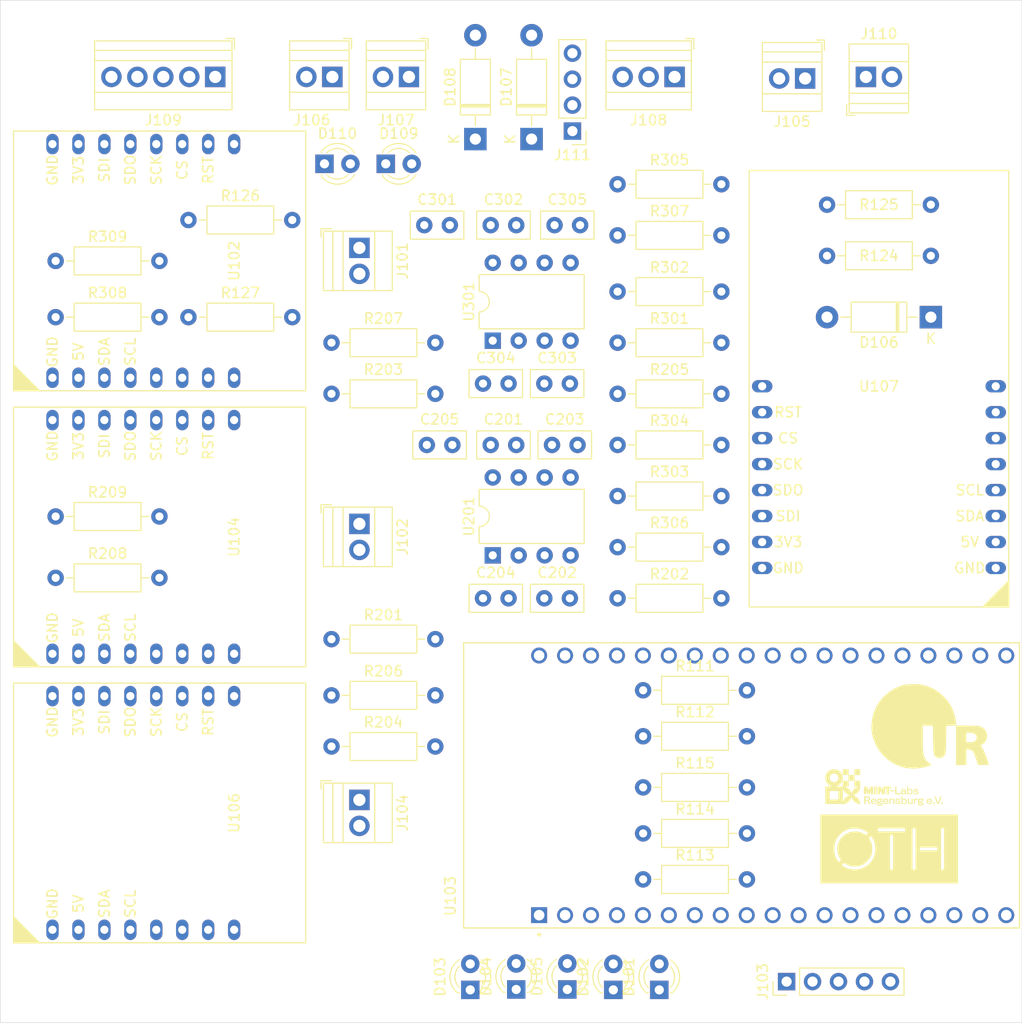
<source format=kicad_pcb>
(kicad_pcb (version 20240108) (generator "pcbnew") (generator_version "8.0")
  (layers (0 "F.Cu" signal) (31 "B.Cu" signal) (37 "F.SilkS" user "F.Silkscreen") (38 "B.Mask" user) (39 "F.Mask" user) (44 "Edge.Cuts" user))
  (net 0 "")
  (net 1 "+15V")
  (net 2 "GND")
  (net 3 "-15V")
  (net 4 "Net-(U201B-+)")
  (net 5 "Net-(U201A--)")
  (net 6 "Net-(C204-Pad1)")
  (net 7 "Net-(U201B--)")
  (net 8 "Net-(C205-Pad1)")
  (net 9 "/Z-Yp")
  (net 10 "/Z+Ym")
  (net 11 "/Z+Yr")
  (net 12 "/Z-Yr")
  (net 13 "/Z-Ym")
  (net 14 "/LED_17")
  (net 15 "/LED_04")
  (net 16 "/LED_RED")
  (net 17 "/LED_YELLOW")
  (net 18 "/LED_GREEN")
  (net 19 "/TUNNEL_GND")
  (net 20 "/TUNNEL_TO_ADC_A3")
  (net 21 "/+15V_in")
  (net 22 "/-15V_in")
  (net 23 "/LED_+15V")
  (net 24 "/LED_-15V")
  (net 25 "X")
  (net 26 "Y")
  (net 27 "JTAG_TMS")
  (net 28 "JTAG_TD0")
  (net 29 "JTAG_TCK")
  (net 30 "JTAG_TDI")
  (net 31 "Z")
  (net 32 "/TUNNEL_IN")
  (net 33 "Z+X")
  (net 34 "Z-X")
  (net 35 "Z-Y")
  (net 36 "Z+Y")
  (net 37 "+5V")
  (net 38 "TXD")
  (net 39 "RXD")
  (net 40 "IO17")
  (net 41 "IO04")
  (net 42 "IO25")
  (net 43 "IO27")
  (net 44 "IO02")
  (net 45 "ESP32_CS1")
  (net 51 "+3V3")
  (net 52 "ESP32_SDI")
  (net 53 "ESP32_SDO")
  (net 54 "ESP32_SCK")
  (net 57 "ESP32_SDA")
  (net 66 "ESP32_CS3")
  (net 69 "ESP32_CS2")
  (net 70 "ESP32_SCL")
  (footprint "Resistor_THT:R_Axial_DIN0207_L6.3mm_D2.5mm_P10.16mm_Horizontal" (layer "F.Cu") (at 110.42 103.5)
    (property "Reference" "R306" (at 5.08 -2.37 0) (layer "F.SilkS"))
    (property "Value" "3k")
    (pad "1" thru_hole circle (at 0 0) (size 1.6 1.6) (drill 0.8) (layers "*.Cu" "*.Mask") (net 11 "/Z+Yr"))
    (pad "2" thru_hole oval (at 10.16 0) (size 1.6 1.6) (drill 0.8) (layers "*.Cu" "*.Mask") (net 10 "/Z+Ym"))
  )
  (footprint "Resistor_THT:R_Axial_DIN0207_L6.3mm_D2.5mm_P10.16mm_Horizontal" (layer "F.Cu") (at 82.42 112.5)
    (property "Reference" "R201" (at 5.08 -2.37 0) (layer "F.SilkS"))
    (property "Value" "3k")
    (pad "1" thru_hole circle (at 0 0) (size 1.6 1.6) (drill 0.8) (layers "*.Cu" "*.Mask") (net 4 "Net-(U201B-+)"))
    (pad "2" thru_hole oval (at 10.16 0) (size 1.6 1.6) (drill 0.8) (layers "*.Cu" "*.Mask") (net 25 "X"))
  )
  (footprint "TerminalBlock:TerminalBlock_Xinya_XY308-2.54-2P_1x02_P2.54mm_Horizontal" (layer "F.Cu") (at 85.15 128.225 -90)
    (property "Reference" "J104" (at 1.27 -4.22 90) (layer "F.SilkS"))
    (property "Value" "DAC_Z")
    (pad "1" thru_hole rect (at 0 0 270) (size 2 2) (drill 1.2) (layers "*.Cu" "*.Mask") (net 31 "Z"))
    (pad "2" thru_hole circle (at 2.54 0 270) (size 2 2) (drill 1.2) (layers "*.Cu" "*.Mask") (net 2 "GND"))
  )
  (footprint "Resistor_THT:R_Axial_DIN0207_L6.3mm_D2.5mm_P10.16mm_Horizontal" (layer "F.Cu") (at 110.42 68)
    (property "Reference" "R305" (at 5.08 -2.37 0) (layer "F.SilkS"))
    (property "Value" "3k")
    (pad "1" thru_hole circle (at 0 0) (size 1.6 1.6) (drill 0.8) (layers "*.Cu" "*.Mask") (net 13 "/Z-Ym"))
    (pad "2" thru_hole oval (at 10.16 0) (size 1.6 1.6) (drill 0.8) (layers "*.Cu" "*.Mask") (net 31 "Z"))
  )
  (footprint "Resistor_THT:R_Axial_DIN0207_L6.3mm_D2.5mm_P10.16mm_Horizontal" (layer "F.Cu") (at 82.42 118)
    (property "Reference" "R206" (at 5.08 -2.37 0) (layer "F.SilkS"))
    (property "Value" "3k")
    (pad "1" thru_hole circle (at 0 0) (size 1.6 1.6) (drill 0.8) (layers "*.Cu" "*.Mask") (net 6 "Net-(C204-Pad1)"))
    (pad "2" thru_hole oval (at 10.16 0) (size 1.6 1.6) (drill 0.8) (layers "*.Cu" "*.Mask") (net 5 "Net-(U201A--)"))
  )
  (footprint "Mikroe:Mikroe_Socket_DAC_2_Click" (layer "F.Cu") (at 64 102.5 -90)
    (property "Reference" "U104" (at 0 -8.89 90) (layer "F.SilkS"))
    (property "Value" "DAC Y" (hide yes))
    (fp_text user "GND" (at 8.89 8.89 90) (layer "F.SilkS"))
    (fp_text user "3V3" (at -8.89 6.35 90) (layer "F.SilkS"))
    (fp_text user "5V" (at 8.89 6.35 90) (layer "F.SilkS"))
    (fp_text user "SCL" (at 8.89 1.27 90) (layer "F.SilkS"))
    (fp_text user "RST" (at -8.89 -6.35 90) (layer "F.SilkS"))
    (fp_text user "SDA" (at 8.89 3.81 90) (layer "F.SilkS"))
    (fp_text user "GND" (at -8.89 8.89 90) (layer "F.SilkS"))
    (fp_text user "SDO" (at -8.89 1.27 90) (layer "F.SilkS"))
    (fp_text user "CS" (at -8.89 -3.81 90) (layer "F.SilkS"))
    (fp_text user "SDI" (at -8.89 3.81 90) (layer "F.SilkS"))
    (fp_text user "SCK" (at -8.89 -1.27 90) (layer "F.SilkS"))
    (pad "1" thru_hole oval (at -11.43 -8.89 180) (size 1.2 2) (drill 0.8) (layers "*.Cu" "*.Mask"))
    (pad "2" thru_hole oval (at -11.43 -6.35 180) (size 1.2 2) (drill 0.8) (layers "*.Cu" "*.Mask") (net 37 "+5V"))
    (pad "3" thru_hole oval (at -11.43 -3.81 180) (size 1.2 2) (drill 0.8) (layers "*.Cu" "*.Mask") (net 69 "ESP32_CS2"))
    (pad "4" thru_hole oval (at -11.43 -1.27 180) (size 1.2 2) (drill 0.8) (layers "*.Cu" "*.Mask") (net 54 "ESP32_SCK"))
    (pad "5" thru_hole oval (at -11.43 1.27 180) (size 1.2 2) (drill 0.8) (layers "*.Cu" "*.Mask") (net 53 "ESP32_SDO"))
    (pad "6" thru_hole oval (at -11.43 3.81 180) (size 1.2 2) (drill 0.8) (layers "*.Cu" "*.Mask") (net 52 "ESP32_SDI"))
    (pad "7" thru_hole oval (at -11.43 6.35 180) (size 1.2 2) (drill 0.8) (layers "*.Cu" "*.Mask") (net 51 "+3V3"))
    (pad "8" thru_hole oval (at -11.43 8.89 180) (size 1.2 2) (drill 0.8) (layers "*.Cu" "*.Mask") (net 2 "GND"))
    (pad "9" thru_hole oval (at 11.43 8.89 180) (size 1.2 2) (drill 0.8) (layers "*.Cu" "*.Mask") (net 2 "GND"))
    (pad "10" thru_hole oval (at 11.43 6.35 180) (size 1.2 2) (drill 0.8) (layers "*.Cu" "*.Mask") (net 37 "+5V"))
    (pad "11" thru_hole oval (at 11.43 3.81 180) (size 1.2 2) (drill 0.8) (layers "*.Cu" "*.Mask"))
    (pad "12" thru_hole oval (at 11.43 1.27 180) (size 1.2 2) (drill 0.8) (layers "*.Cu" "*.Mask"))
    (pad "13" thru_hole oval (at 11.43 -1.27 180) (size 1.2 2) (drill 0.8) (layers "*.Cu" "*.Mask"))
    (pad "14" thru_hole oval (at 11.43 -3.81 180) (size 1.2 2) (drill 0.8) (layers "*.Cu" "*.Mask"))
    (pad "15" thru_hole oval (at 11.43 -6.35 180) (size 1.2 2) (drill 0.8) (layers "*.Cu" "*.Mask"))
    (pad "16" thru_hole oval (at 11.43 -8.89 180) (size 1.2 2) (drill 0.8) (layers "*.Cu" "*.Mask"))
  )
  (footprint "MountingHole:MountingHole_3.2mm_M3" (layer "F.Cu") (at 146 145.5)
    (property "Reference" "H104" (hide yes))
    (property "Value" "MountingHole" (hide yes))
    (pad "" np_thru_hole circle (at 0 0) (size 3.2 3.2) (drill 3.2) (layers "*.Cu" "*.Mask"))
  )
  (footprint "TerminalBlock:TerminalBlock_Xinya_XY308-2.54-2P_1x02_P2.54mm_Horizontal" (layer "F.Cu") (at 82.5 57.5 180)
    (property "Reference" "J106" (at 1.995 -4.22 0) (layer "F.SilkS"))
    (property "Value" "Power in +15V")
    (pad "1" thru_hole rect (at 0 0 180) (size 2 2) (drill 1.2) (layers "*.Cu" "*.Mask") (net 2 "GND"))
    (pad "2" thru_hole circle (at 2.54 0 180) (size 2 2) (drill 1.2) (layers "*.Cu" "*.Mask") (net 21 "/+15V_in"))
  )
  (footprint "Resistor_THT:R_Axial_DIN0207_L6.3mm_D2.5mm_P10.16mm_Horizontal" (layer "F.Cu") (at 82.42 83.5)
    (property "Reference" "R207" (at 5.08 -2.37 0) (layer "F.SilkS"))
    (property "Value" "3k")
    (pad "1" thru_hole circle (at 0 0) (size 1.6 1.6) (drill 0.8) (layers "*.Cu" "*.Mask") (net 8 "Net-(C205-Pad1)"))
    (pad "2" thru_hole oval (at 10.16 0) (size 1.6 1.6) (drill 0.8) (layers "*.Cu" "*.Mask") (net 7 "Net-(U201B--)"))
  )
  (footprint "Package_DIP:DIP-8_W7.62mm" (layer "F.Cu") (at 98.2 104.3 90)
    (property "Reference" "U201" (at 3.81 -2.33 90) (layer "F.SilkS"))
    (property "Value" "TL072")
    (pad "1" thru_hole rect (at 0 0 90) (size 1.6 1.6) (drill 0.8) (layers "*.Cu" "*.Mask") (net 6 "Net-(C204-Pad1)"))
    (pad "2" thru_hole oval (at 0 2.54 90) (size 1.6 1.6) (drill 0.8) (layers "*.Cu" "*.Mask") (net 5 "Net-(U201A--)"))
    (pad "3" thru_hole oval (at 0 5.08 90) (size 1.6 1.6) (drill 0.8) (layers "*.Cu" "*.Mask") (net 2 "GND"))
    (pad "4" thru_hole oval (at 0 7.62 90) (size 1.6 1.6) (drill 0.8) (layers "*.Cu" "*.Mask") (net 3 "-15V"))
    (pad "5" thru_hole oval (at 7.62 7.62 90) (size 1.6 1.6) (drill 0.8) (layers "*.Cu" "*.Mask") (net 4 "Net-(U201B-+)"))
    (pad "6" thru_hole oval (at 7.62 5.08 90) (size 1.6 1.6) (drill 0.8) (layers "*.Cu" "*.Mask") (net 7 "Net-(U201B--)"))
    (pad "7" thru_hole oval (at 7.62 2.54 90) (size 1.6 1.6) (drill 0.8) (layers "*.Cu" "*.Mask") (net 8 "Net-(C205-Pad1)"))
    (pad "8" thru_hole oval (at 7.62 0 90) (size 1.6 1.6) (drill 0.8) (layers "*.Cu" "*.Mask") (net 1 "+15V"))
  )
  (footprint "Resistor_THT:R_Axial_DIN0207_L6.3mm_D2.5mm_P10.16mm_Horizontal" (layer "F.Cu") (at 110.42 83.5)
    (property "Reference" "R301" (at 5.08 -2.37 0) (layer "F.SilkS"))
    (property "Value" "3k")
    (pad "1" thru_hole circle (at 0 0) (size 1.6 1.6) (drill 0.8) (layers "*.Cu" "*.Mask") (net 9 "/Z-Yp"))
    (pad "2" thru_hole oval (at 10.16 0) (size 1.6 1.6) (drill 0.8) (layers "*.Cu" "*.Mask") (net 26 "Y"))
  )
  (footprint "Resistor_THT:R_Axial_DIN0207_L6.3mm_D2.5mm_P10.16mm_Horizontal" (layer "F.Cu") (at 110.42 108.5)
    (property "Reference" "R202" (at 5.08 -2.37 0) (layer "F.SilkS"))
    (property "Value" "3k")
    (pad "1" thru_hole circle (at 0 0) (size 1.6 1.6) (drill 0.8) (layers "*.Cu" "*.Mask") (net 4 "Net-(U201B-+)"))
    (pad "2" thru_hole oval (at 10.16 0) (size 1.6 1.6) (drill 0.8) (layers "*.Cu" "*.Mask") (net 2 "GND"))
  )
  (footprint "LED_THT:LED_D3.0mm_Clear" (layer "F.Cu") (at 105.5 146.77 90)
    (property "Reference" "D105" (at 1.27 -2.96 90) (layer "F.SilkS"))
    (property "Value" "LED_GREEN")
    (pad "1" thru_hole rect (at 0 0 90) (size 1.8 1.8) (drill 0.9) (layers "*.Cu" "*.Mask") (net 2 "GND"))
    (pad "2" thru_hole circle (at 2.54 0 90) (size 1.8 1.8) (drill 0.9) (layers "*.Cu" "*.Mask") (net 18 "/LED_GREEN"))
  )
  (footprint "Resistor_THT:R_Axial_DIN0207_L6.3mm_D2.5mm_P10.16mm_Horizontal" (layer "F.Cu") (at 130.92 75)
    (property "Reference" "R124" (at 5.08 0 0) (layer "F.SilkS"))
    (property "Value" "tbd")
    (pad "1" thru_hole circle (at 0 0) (size 1.6 1.6) (drill 0.8) (layers "*.Cu" "*.Mask") (net 32 "/TUNNEL_IN"))
    (pad "2" thru_hole oval (at 10.16 0) (size 1.6 1.6) (drill 0.8) (layers "*.Cu" "*.Mask") (net 20 "/TUNNEL_TO_ADC_A3"))
  )
  (footprint "Adapterboard:oth" (layer "F.Cu") (at 137 133)
    (property "Reference" "U110" (hide yes))
    (property "Value" "OTH" (hide yes))
  )
  (footprint "Capacitor_THT:C_Disc_D5.0mm_W2.5mm_P2.50mm" (layer "F.Cu") (at 91.5 72)
    (property "Reference" "C301" (at 1.25 -2.5 0) (layer "F.SilkS"))
    (property "Value" "4n7")
    (pad "1" thru_hole circle (at 0 0) (size 1.6 1.6) (drill 0.8) (layers "*.Cu" "*.Mask") (net 9 "/Z-Yp"))
    (pad "2" thru_hole circle (at 2.5 0) (size 1.6 1.6) (drill 0.8) (layers "*.Cu" "*.Mask") (net 2 "GND"))
  )
  (footprint "Resistor_THT:R_Axial_DIN0207_L6.3mm_D2.5mm_P10.16mm_Horizontal" (layer "F.Cu") (at 68.42 71.5)
    (property "Reference" "R126" (at 5.08 -2.37 0) (layer "F.SilkS"))
    (property "Value" "3k")
    (pad "1" thru_hole circle (at 0 0) (size 1.6 1.6) (drill 0.8) (layers "*.Cu" "*.Mask") (net 23 "/LED_+15V"))
    (pad "2" thru_hole oval (at 10.16 0) (size 1.6 1.6) (drill 0.8) (layers "*.Cu" "*.Mask") (net 1 "+15V"))
  )
  (footprint "Mikroe:Mikroe_Socket_DAC_2_Click" (layer "F.Cu") (at 64 75.5 -90)
    (property "Reference" "U102" (at 0 -8.89 90) (layer "F.SilkS"))
    (property "Value" "DAC X" (hide yes))
    (fp_text user "CS" (at -8.89 -3.81 90) (layer "F.SilkS"))
    (fp_text user "GND" (at 8.89 8.89 90) (layer "F.SilkS"))
    (fp_text user "SCK" (at -8.89 -1.27 90) (layer "F.SilkS"))
    (fp_text user "SDA" (at 8.89 3.81 90) (layer "F.SilkS"))
    (fp_text user "GND" (at -8.89 8.89 90) (layer "F.SilkS"))
    (fp_text user "SDI" (at -8.89 3.81 90) (layer "F.SilkS"))
    (fp_text user "SDO" (at -8.89 1.27 90) (layer "F.SilkS"))
    (fp_text user "3V3" (at -8.89 6.35 90) (layer "F.SilkS"))
    (fp_text user "SCL" (at 8.89 1.27 90) (layer "F.SilkS"))
    (fp_text user "RST" (at -8.89 -6.35 90) (layer "F.SilkS"))
    (fp_text user "5V" (at 8.89 6.35 90) (layer "F.SilkS"))
    (pad "1" thru_hole oval (at -11.43 -8.89 180) (size 1.2 2) (drill 0.8) (layers "*.Cu" "*.Mask"))
    (pad "2" thru_hole oval (at -11.43 -6.35 180) (size 1.2 2) (drill 0.8) (layers "*.Cu" "*.Mask") (net 37 "+5V"))
    (pad "3" thru_hole oval (at -11.43 -3.81 180) (size 1.2 2) (drill 0.8) (layers "*.Cu" "*.Mask") (net 45 "ESP32_CS1"))
    (pad "4" thru_hole oval (at -11.43 -1.27 180) (size 1.2 2) (drill 0.8) (layers "*.Cu" "*.Mask") (net 54 "ESP32_SCK"))
    (pad "5" thru_hole oval (at -11.43 1.27 180) (size 1.2 2) (drill 0.8) (layers "*.Cu" "*.Mask") (net 53 "ESP32_SDO"))
    (pad "6" thru_hole oval (at -11.43 3.81 180) (size 1.2 2) (drill 0.8) (layers "*.Cu" "*.Mask") (net 52 "ESP32_SDI"))
    (pad "7" thru_hole oval (at -11.43 6.35 180) (size 1.2 2) (drill 0.8) (layers "*.Cu" "*.Mask") (net 51 "+3V3"))
    (pad "8" thru_hole oval (at -11.43 8.89 180) (size 1.2 2) (drill 0.8) (layers "*.Cu" "*.Mask") (net 2 "GND"))
    (pad "9" thru_hole oval (at 11.43 8.89 180) (size 1.2 2) (drill 0.8) (layers "*.Cu" "*.Mask") (net 2 "GND"))
    (pad "10" thru_hole oval (at 11.43 6.35 180) (size 1.2 2) (drill 0.8) (layers "*.Cu" "*.Mask") (net 37 "+5V"))
    (pad "11" thru_hole oval (at 11.43 3.81 180) (size 1.2 2) (drill 0.8) (layers "*.Cu" "*.Mask"))
    (pad "12" thru_hole oval (at 11.43 1.27 180) (size 1.2 2) (drill 0.8) (layers "*.Cu" "*.Mask"))
    (pad "13" thru_hole oval (at 11.43 -1.27 180) (size 1.2 2) (drill 0.8) (layers "*.Cu" "*.Mask"))
    (pad "14" thru_hole oval (at 11.43 -3.81 180) (size 1.2 2) (drill 0.8) (layers "*.Cu" "*.Mask"))
    (pad "15" thru_hole oval (at 11.43 -6.35 180) (size 1.2 2) (drill 0.8) (layers "*.Cu" "*.Mask"))
    (pad "16" thru_hole oval (at 11.43 -8.89 180) (size 1.2 2) (drill 0.8) (layers "*.Cu" "*.Mask"))
  )
  (footprint "LED_THT:LED_D3.0mm_Clear" (layer "F.Cu") (at 96 146.81 90)
    (property "Reference" "D103" (at 1.27 -2.96 90) (layer "F.SilkS"))
    (property "Value" "LED_RED")
    (pad "1" thru_hole rect (at 0 0 90) (size 1.8 1.8) (drill 0.9) (layers "*.Cu" "*.Mask") (net 2 "GND"))
    (pad "2" thru_hole circle (at 2.54 0 90) (size 1.8 1.8) (drill 0.9) (layers "*.Cu" "*.Mask") (net 16 "/LED_RED"))
  )
  (footprint "Adapterboard:ur" (layer "F.Cu") (at 141 121)
    (property "Reference" "U109" (hide yes))
    (property "Value" "UniRegensburg" (hide yes))
  )
  (footprint "Resistor_THT:R_Axial_DIN0207_L6.3mm_D2.5mm_P10.16mm_Horizontal" (layer "F.Cu") (at 82.42 123)
    (property "Reference" "R204" (at 5.08 -2.37 0) (layer "F.SilkS"))
    (property "Value" "3k")
    (pad "1" thru_hole circle (at 0 0) (size 1.6 1.6) (drill 0.8) (layers "*.Cu" "*.Mask") (net 5 "Net-(U201A--)"))
    (pad "2" thru_hole oval (at 10.16 0) (size 1.6 1.6) (drill 0.8) (layers "*.Cu" "*.Mask") (net 31 "Z"))
  )
  (footprint "Package_DIP:DIP-8_W7.62mm" (layer "F.Cu") (at 98.2 83.3 90)
    (property "Reference" "U301" (at 3.81 -2.33 90) (layer "F.SilkS"))
    (property "Value" "TL072")
    (pad "1" thru_hole rect (at 0 0 90) (size 1.6 1.6) (drill 0.8) (layers "*.Cu" "*.Mask") (net 11 "/Z+Yr"))
    (pad "2" thru_hole oval (at 0 2.54 90) (size 1.6 1.6) (drill 0.8) (layers "*.Cu" "*.Mask") (net 10 "/Z+Ym"))
    (pad "3" thru_hole oval (at 0 5.08 90) (size 1.6 1.6) (drill 0.8) (layers "*.Cu" "*.Mask") (net 2 "GND"))
    (pad "4" thru_hole oval (at 0 7.62 90) (size 1.6 1.6) (drill 0.8) (layers "*.Cu" "*.Mask") (net 3 "-15V"))
    (pad "5" thru_hole oval (at 7.62 7.62 90) (size 1.6 1.6) (drill 0.8) (layers "*.Cu" "*.Mask") (net 9 "/Z-Yp"))
    (pad "6" thru_hole oval (at 7.62 5.08 90) (size 1.6 1.6) (drill 0.8) (layers "*.Cu" "*.Mask") (net 13 "/Z-Ym"))
    (pad "7" thru_hole oval (at 7.62 2.54 90) (size 1.6 1.6) (drill 0.8) (layers "*.Cu" "*.Mask") (net 12 "/Z-Yr"))
    (pad "8" thru_hole oval (at 7.62 0 90) (size 1.6 1.6) (drill 0.8) (layers "*.Cu" "*.Mask") (net 1 "+15V"))
  )
  (footprint "Capacitor_THT:C_Disc_D5.0mm_W2.5mm_P2.50mm" (layer "F.Cu") (at 97.25 108.5)
    (property "Reference" "C204" (at 1.25 -2.5 0) (layer "F.SilkS"))
    (property "Value" "4n7")
    (pad "1" thru_hole circle (at 0 0) (size 1.6 1.6) (drill 0.8) (layers "*.Cu" "*.Mask") (net 6 "Net-(C204-Pad1)"))
    (pad "2" thru_hole circle (at 2.5 0) (size 1.6 1.6) (drill 0.8) (layers "*.Cu" "*.Mask") (net 5 "Net-(U201A--)"))
  )
  (footprint "Capacitor_THT:C_Disc_D5.0mm_W2.5mm_P2.50mm" (layer "F.Cu") (at 104 93.5)
    (property "Reference" "C203" (at 1.25 -2.5 0) (layer "F.SilkS"))
    (property "Value" "4n7")
    (pad "1" thru_hole circle (at 0 0) (size 1.6 1.6) (drill 0.8) (layers "*.Cu" "*.Mask") (net 4 "Net-(U201B-+)"))
    (pad "2" thru_hole circle (at 2.5 0) (size 1.6 1.6) (drill 0.8) (layers "*.Cu" "*.Mask") (net 2 "GND"))
  )
  (footprint "Mikroe:Mikroe_Socket_DAC_2_Click" (layer "F.Cu") (at 64 129.5 -90)
    (property "Reference" "U106" (at 0 -8.89 90) (layer "F.SilkS"))
    (property "Value" "DAC Z" (hide yes))
    (fp_text user "RST" (at -8.89 -6.35 90) (layer "F.SilkS"))
    (fp_text user "GND" (at -8.89 8.89 90) (layer "F.SilkS"))
    (fp_text user "GND" (at 8.89 8.89 90) (layer "F.SilkS"))
    (fp_text user "SDI" (at -8.89 3.81 90) (layer "F.SilkS"))
    (fp_text user "CS" (at -8.89 -3.81 90) (layer "F.SilkS"))
    (fp_text user "5V" (at 8.89 6.35 90) (layer "F.SilkS"))
    (fp_text user "SDA" (at 8.89 3.81 90) (layer "F.SilkS"))
    (fp_text user "3V3" (at -8.89 6.35 90) (layer "F.SilkS"))
    (fp_text user "SDO" (at -8.89 1.27 90) (layer "F.SilkS"))
    (fp_text user "SCK" (at -8.89 -1.27 90) (layer "F.SilkS"))
    (fp_text user "SCL" (at 8.89 1.27 90) (layer "F.SilkS"))
    (pad "1" thru_hole oval (at -11.43 -8.89 180) (size 1.2 2) (drill 0.8) (layers "*.Cu" "*.Mask"))
    (pad "2" thru_hole oval (at -11.43 -6.35 180) (size 1.2 2) (drill 0.8) (layers "*.Cu" "*.Mask") (net 37 "+5V"))
    (pad "3" thru_hole oval (at -11.43 -3.81 180) (size 1.2 2) (drill 0.8) (layers "*.Cu" "*.Mask") (net 66 "ESP32_CS3"))
    (pad "4" thru_hole oval (at -11.43 -1.27 180) (size 1.2 2) (drill 0.8) (layers "*.Cu" "*.Mask") (net 54 "ESP32_SCK"))
    (pad "5" thru_hole oval (at -11.43 1.27 180) (size 1.2 2) (drill 0.8) (layers "*.Cu" "*.Mask") (net 53 "ESP32_SDO"))
    (pad "6" thru_hole oval (at -11.43 3.81 180) (size 1.2 2) (drill 0.8) (layers "*.Cu" "*.Mask") (net 52 "ESP32_SDI"))
    (pad "7" thru_hole oval (at -11.43 6.35 180) (size 1.2 2) (drill 0.8) (layers "*.Cu" "*.Mask") (net 51 "+3V3"))
    (pad "8" thru_hole oval (at -11.43 8.89 180) (size 1.2 2) (drill 0.8) (layers "*.Cu" "*.Mask") (net 2 "GND"))
    (pad "9" thru_hole oval (at 11.43 8.89 180) (size 1.2 2) (drill 0.8) (layers "*.Cu" "*.Mask") (net 2 "GND"))
    (pad "10" thru_hole oval (at 11.43 6.35 180) (size 1.2 2) (drill 0.8) (layers "*.Cu" "*.Mask") (net 37 "+5V"))
    (pad "11" thru_hole oval (at 11.43 3.81 180) (size 1.2 2) (drill 0.8) (layers "*.Cu" "*.Mask"))
    (pad "12" thru_hole oval (at 11.43 1.27 180) (size 1.2 2) (drill 0.8) (layers "*.Cu" "*.Mask"))
    (pad "13" thru_hole oval (at 11.43 -1.27 180) (size 1.2 2) (drill 0.8) (layers "*.Cu" "*.Mask"))
    (pad "14" thru_hole oval (at 11.43 -3.81 180) (size 1.2 2) (drill 0.8) (layers "*.Cu" "*.Mask"))
    (pad "15" thru_hole oval (at 11.43 -6.35 180) (size 1.2 2) (drill 0.8) (layers "*.Cu" "*.Mask"))
    (pad "16" thru_hole oval (at 11.43 -8.89 180) (size 1.2 2) (drill 0.8) (layers "*.Cu" "*.Mask"))
  )
  (footprint "Capacitor_THT:C_Disc_D5.0mm_W2.5mm_P2.50mm" (layer "F.Cu") (at 103.25 108.5)
    (property "Reference" "C202" (at 1.25 -2.5 0) (layer "F.SilkS"))
    (property "Value" "100n")
    (pad "1" thru_hole circle (at 0 0) (size 1.6 1.6) (drill 0.8) (layers "*.Cu" "*.Mask") (net 3 "-15V"))
    (pad "2" thru_hole circle (at 2.5 0) (size 1.6 1.6) (drill 0.8) (layers "*.Cu" "*.Mask") (net 2 "GND"))
  )
  (footprint "TerminalBlock:TerminalBlock_Xinya_XY308-2.54-2P_1x02_P2.54mm_Horizontal" (layer "F.Cu") (at 85.15 74.225 -90)
    (property "Reference" "J101" (at 1.27 -4.22 90) (layer "F.SilkS"))
    (property "Value" "DAC_X")
    (pad "1" thru_hole rect (at 0 0 270) (size 2 2) (drill 1.2) (layers "*.Cu" "*.Mask") (net 25 "X"))
    (pad "2" thru_hole circle (at 2.54 0 270) (size 2 2) (drill 1.2) (layers "*.Cu" "*.Mask") (net 2 "GND"))
  )
  (footprint "LED_THT:LED_D3.0mm_Clear" (layer "F.Cu") (at 114.5 146.81 90)
    (property "Reference" "D101" (at 1.27 -2.96 90) (layer "F.SilkS"))
    (property "Value" "LED")
    (pad "1" thru_hole rect (at 0 0 90) (size 1.8 1.8) (drill 0.9) (layers "*.Cu" "*.Mask") (net 2 "GND"))
    (pad "2" thru_hole circle (at 2.54 0 90) (size 1.8 1.8) (drill 0.9) (layers "*.Cu" "*.Mask") (net 14 "/LED_17"))
  )
  (footprint "Diode_THT:D_DO-41_SOD81_P10.16mm_Horizontal" (layer "F.Cu") (at 141.08 81 180)
    (property "Reference" "D106" (at 5.08 -2.47 360) (layer "F.SilkS"))
    (property "Value" "1N5819")
    (fp_text user "K" (at 0 -2.1 360) (layer "F.SilkS"))
    (pad "1" thru_hole rect (at 0 0 180) (size 2.2 2.2) (drill 1.1) (layers "*.Cu" "*.Mask") (net 20 "/TUNNEL_TO_ADC_A3"))
    (pad "2" thru_hole oval (at 10.16 0 180) (size 2.2 2.2) (drill 1.1) (layers "*.Cu" "*.Mask") (net 19 "/TUNNEL_GND"))
  )
  (footprint "Capacitor_THT:C_Disc_D5.0mm_W2.5mm_P2.50mm" (layer "F.Cu") (at 98 93.5)
    (property "Reference" "C201" (at 1.25 -2.5 0) (layer "F.SilkS"))
    (property "Value" "100n")
    (pad "1" thru_hole circle (at 0 0) (size 1.6 1.6) (drill 0.8) (layers "*.Cu" "*.Mask") (net 2 "GND"))
    (pad "2" thru_hole circle (at 2.5 0) (size 1.6 1.6) (drill 0.8) (layers "*.Cu" "*.Mask") (net 1 "+15V"))
  )
  (footprint "Adapterboard:mint" (layer "F.Cu") (at 136.5 127)
    (property "Reference" "U108" (hide yes))
    (property "Value" "mint" (hide yes))
  )
  (footprint "Capacitor_THT:C_Disc_D5.0mm_W2.5mm_P2.50mm" (layer "F.Cu") (at 103.25 87.5)
    (property "Reference" "C303" (at 1.25 -2.5 0) (layer "F.SilkS"))
    (property "Value" "100n")
    (pad "1" thru_hole circle (at 0 0) (size 1.6 1.6) (drill 0.8) (layers "*.Cu" "*.Mask") (net 3 "-15V"))
    (pad "2" thru_hole circle (at 2.5 0) (size 1.6 1.6) (drill 0.8) (layers "*.Cu" "*.Mask") (net 2 "GND"))
  )
  (footprint "MountingHole:MountingHole_3.2mm_M3" (layer "F.Cu") (at 54 54)
    (property "Reference" "H101" (hide yes))
    (property "Value" "MountingHole" (hide yes))
    (pad "" np_thru_hole circle (at 0 0) (size 3.2 3.2) (drill 3.2) (layers "*.Cu" "*.Mask"))
  )
  (footprint "TerminalBlock:TerminalBlock_Xinya_XY308-2.54-2P_1x02_P2.54mm_Horizontal" (layer "F.Cu") (at 85.15 101.225 -90)
    (property "Reference" "J102" (at 1.27 -4.22 90) (layer "F.SilkS"))
    (property "Value" "DAC_Y")
    (pad "1" thru_hole rect (at 0 0 270) (size 2 2) (drill 1.2) (layers "*.Cu" "*.Mask") (net 26 "Y"))
    (pad "2" thru_hole circle (at 2.54 0 270) (size 2 2) (drill 1.2) (layers "*.Cu" "*.Mask") (net 2 "GND"))
  )
  (footprint "LED_THT:LED_D3.0mm_Clear" (layer "F.Cu") (at 110 146.81 90)
    (property "Reference" "D102" (at 1.27 -2.96 90) (layer "F.SilkS"))
    (property "Value" "LED")
    (pad "1" thru_hole rect (at 0 0 90) (size 1.8 1.8) (drill 0.9) (layers "*.Cu" "*.Mask") (net 2 "GND"))
    (pad "2" thru_hole circle (at 2.54 0 90) (size 1.8 1.8) (drill 0.9) (layers "*.Cu" "*.Mask") (net 15 "/LED_04"))
  )
  (footprint "Capacitor_THT:C_Disc_D5.0mm_W2.5mm_P2.50mm" (layer "F.Cu") (at 98 72)
    (property "Reference" "C302" (at 1.25 -2.5 0) (layer "F.SilkS"))
    (property "Value" "100n")
    (pad "1" thru_hole circle (at 0 0) (size 1.6 1.6) (drill 0.8) (layers "*.Cu" "*.Mask") (net 2 "GND"))
    (pad "2" thru_hole circle (at 2.5 0) (size 1.6 1.6) (drill 0.8) (layers "*.Cu" "*.Mask") (net 1 "+15V"))
  )
  (footprint "Resistor_THT:R_Axial_DIN0207_L6.3mm_D2.5mm_P10.16mm_Horizontal" (layer "F.Cu") (at 55.42 75.5)
    (property "Reference" "R309" (at 5.08 -2.37 0) (layer "F.SilkS"))
    (property "Value" "220")
    (pad "1" thru_hole circle (at 0 0) (size 1.6 1.6) (drill 0.8) (layers "*.Cu" "*.Mask") (net 35 "Z-Y"))
    (pad "2" thru_hole oval (at 10.16 0) (size 1.6 1.6) (drill 0.8) (layers "*.Cu" "*.Mask") (net 12 "/Z-Yr"))
  )
  (footprint "Resistor_THT:R_Axial_DIN0207_L6.3mm_D2.5mm_P10.16mm_Horizontal" (layer "F.Cu") (at 68.42 81)
    (property "Reference" "R127" (at 5.08 -2.37 0) (layer "F.SilkS"))
    (property "Value" "3k")
    (pad "1" thru_hole circle (at 0 0) (size 1.6 1.6) (drill 0.8) (layers "*.Cu" "*.Mask") (net 24 "/LED_-15V"))
    (pad "2" thru_hole oval (at 10.16 0) (size 1.6 1.6) (drill 0.8) (layers "*.Cu" "*.Mask") (net 3 "-15V"))
  )
  (footprint "TerminalBlock:TerminalBlock_Xinya_XY308-2.54-3P_1x03_P2.54mm_Horizontal" (layer "F.Cu") (at 116 57.5 180)
    (property "Reference" "J108" (at 2.54 -4.22 0) (layer "F.SilkS"))
    (property "Value" "Power out Preamplifier")
    (pad "1" thru_hole rect (at 0 0 180) (size 2 2) (drill 1.2) (layers "*.Cu" "*.Mask") (net 2 "GND"))
    (pad "2" thru_hole circle (at 2.54 0 180) (size 2 2) (drill 1.2) (layers "*.Cu" "*.Mask") (net 3 "-15V"))
    (pad "3" thru_hole circle (at 5.08 0 180) (size 2 2) (drill 1.2) (layers "*.Cu" "*.Mask") (net 1 "+15V"))
  )
  (footprint "Resistor_THT:R_Axial_DIN0207_L6.3mm_D2.5mm_P10.16mm_Horizontal" (layer "F.Cu") (at 112.92 131.5)
    (property "Reference" "R114" (at 5.08 -2.37 0) (layer "F.SilkS"))
    (property "Value" "220")
    (pad "1" thru_hole circle (at 0 0) (size 1.6 1.6) (drill 0.8) (layers "*.Cu" "*.Mask") (net 17 "/LED_YELLOW"))
    (pad "2" thru_hole oval (at 10.16 0) (size 1.6 1.6) (drill 0.8) (layers "*.Cu" "*.Mask") (net 43 "IO27"))
  )
  (footprint "Resistor_THT:R_Axial_DIN0207_L6.3mm_D2.5mm_P10.16mm_Horizontal" (layer "F.Cu") (at 141.08 70 180)
    (property "Reference" "R125" (at 5.08 0 360) (layer "F.SilkS"))
    (property "Value" "tbd")
    (pad "1" thru_hole circle (at 0 0 180) (size 1.6 1.6) (drill 0.8) (layers "*.Cu" "*.Mask") (net 20 "/TUNNEL_TO_ADC_A3"))
    (pad "2" thru_hole oval (at 10.16 0 180) (size 1.6 1.6) (drill 0.8) (layers "*.Cu" "*.Mask") (net 19 "/TUNNEL_GND"))
  )
  (footprint "Resistor_THT:R_Axial_DIN0207_L6.3mm_D2.5mm_P10.16mm_Horizontal" (layer "F.Cu") (at 112.92 117.5)
    (property "Reference" "R111" (at 5.08 -2.37 0) (layer "F.SilkS"))
    (property "Value" "220")
    (pad "1" thru_hole circle (at 0 0) (size 1.6 1.6) (drill 0.8) (layers "*.Cu" "*.Mask") (net 14 "/LED_17"))
    (pad "2" thru_hole oval (at 10.16 0) (size 1.6 1.6) (drill 0.8) (layers "*.Cu" "*.Mask") (net 40 "IO17"))
  )
  (footprint "Resistor_THT:R_Axial_DIN0207_L6.3mm_D2.5mm_P10.16mm_Horizontal" (layer "F.Cu") (at 82.42 88.5)
    (property "Reference" "R203" (at 5.08 -2.37 0) (layer "F.SilkS"))
    (property "Value" "3k")
    (pad "1" thru_hole circle (at 0 0) (size 1.6 1.6) (drill 0.8) (layers "*.Cu" "*.Mask") (net 5 "Net-(U201A--)"))
    (pad "2" thru_hole oval (at 10.16 0) (size 1.6 1.6) (drill 0.8) (layers "*.Cu" "*.Mask") (net 25 "X"))
  )
  (footprint "Resistor_THT:R_Axial_DIN0207_L6.3mm_D2.5mm_P10.16mm_Horizontal" (layer "F.Cu") (at 55.42 100.5)
    (property "Reference" "R209" (at 5.08 -2.37 0) (layer "F.SilkS"))
    (property "Value" "220")
    (pad "1" thru_hole circle (at 0 0) (size 1.6 1.6) (drill 0.8) (layers "*.Cu" "*.Mask") (net 34 "Z-X"))
    (pad "2" thru_hole oval (at 10.16 0) (size 1.6 1.6) (drill 0.8) (layers "*.Cu" "*.Mask") (net 8 "Net-(C205-Pad1)"))
  )
  (footprint "Resistor_THT:R_Axial_DIN0207_L6.3mm_D2.5mm_P10.16mm_Horizontal" (layer "F.Cu") (at 112.92 122)
    (property "Reference" "R112" (at 5.08 -2.37 0) (layer "F.SilkS"))
    (property "Value" "220")
    (pad "1" thru_hole circle (at 0 0) (size 1.6 1.6) (drill 0.8) (layers "*.Cu" "*.Mask") (net 15 "/LED_04"))
    (pad "2" thru_hole oval (at 10.16 0) (size 1.6 1.6) (drill 0.8) (layers "*.Cu" "*.Mask") (net 41 "IO04"))
  )
  (footprint "Resistor_THT:R_Axial_DIN0207_L6.3mm_D2.5mm_P10.16mm_Horizontal" (layer "F.Cu") (at 112.92 127)
    (property "Reference" "R115" (at 5.08 -2.37 0) (layer "F.SilkS"))
    (property "Value" "220")
    (pad "1" thru_hole circle (at 0 0) (size 1.6 1.6) (drill 0.8) (layers "*.Cu" "*.Mask") (net 18 "/LED_GREEN"))
    (pad "2" thru_hole oval (at 10.16 0) (size 1.6 1.6) (drill 0.8) (layers "*.Cu" "*.Mask") (net 44 "IO02"))
  )
  (footprint "ESP32-DEVKITC-32D:MODULE_ESP32-DEVKITC-32D" (layer "F.Cu") (at 122.5 126.8 90)
    (property "Reference" "U103" (at -10.829175 -28.446045 90) (layer "F.SilkS") (effects (font (size 1.000386 1.000386))))
    (property "Value" "ESP32-DEVKITC-32D")
    (pad "J2-1" thru_hole rect (at -12.7 -19.76 90) (size 1.56 1.56) (drill 1.04) (layers "*.Cu" "*.Mask") (net 51 "+3V3"))
    (pad "J2-2" thru_hole circle (at -12.7 -17.22 90) (size 1.56 1.56) (drill 1.04) (layers "*.Cu" "*.Mask"))
    (pad "J2-3" thru_hole circle (at -12.7 -14.68 90) (size 1.56 1.56) (drill 1.04) (layers "*.Cu" "*.Mask"))
    (pad "J2-4" thru_hole circle (at -12.7 -12.14 90) (size 1.56 1.56) (drill 1.04) (layers "*.Cu" "*.Mask"))
    (pad "J2-5" thru_hole circle (at -12.7 -9.6 90) (size 1.56 1.56) (drill 1.04) (layers "*.Cu" "*.Mask"))
    (pad "J2-6" thru_hole circle (at -12.7 -7.06 90) (size 1.56 1.56) (drill 1.04) (layers "*.Cu" "*.Mask"))
    (pad "J2-7" thru_hole circle (at -12.7 -4.52 90) (size 1.56 1.56) (drill 1.04) (layers "*.Cu" "*.Mask") (net 39 "RXD"))
    (pad "J2-8" thru_hole circle (at -12.7 -1.98 90) (size 1.56 1.56) (drill 1.04) (layers "*.Cu" "*.Mask") (net 38 "TXD"))
    (pad "J2-9" thru_hole circle (at -12.7 0.56 90) (size 1.56 1.56) (drill 1.04) (layers "*.Cu" "*.Mask") (net 42 "IO25"))
    (pad "J2-10" thru_hole circle (at -12.7 3.1 90) (size 1.56 1.56) (drill 1.04) (layers "*.Cu" "*.Mask") (net 45 "ESP32_CS1"))
    (pad "J2-11" thru_hole circle (at -12.7 5.64 90) (size 1.56 1.56) (drill 1.04) (layers "*.Cu" "*.Mask") (net 43 "IO27"))
    (pad "J2-12" thru_hole circle (at -12.7 8.18 90) (size 1.56 1.56) (drill 1.04) (layers "*.Cu" "*.Mask") (net 27 "JTAG_TMS"))
    (pad "J2-13" thru_hole circle (at -12.7 10.72 90) (size 1.56 1.56) (drill 1.04) (layers "*.Cu" "*.Mask") (net 30 "JTAG_TDI"))
    (pad "J2-14" thru_hole circle (at -12.7 13.26 90) (size 1.56 1.56) (drill 1.04) (layers "*.Cu" "*.Mask") (net 2 "GND"))
    (pad "J2-15" thru_hole circle (at -12.7 15.8 90) (size 1.56 1.56) (drill 1.04) (layers "*.Cu" "*.Mask") (net 29 "JTAG_TCK"))
    (pad "J2-16" thru_hole circle (at -12.7 18.34 90) (size 1.56 1.56) (drill 1.04) (layers "*.Cu" "*.Mask"))
    (pad "J2-17" thru_hole circle (at -12.7 20.88 90) (size 1.56 1.56) (drill 1.04) (layers "*.Cu" "*.Mask"))
    (pad "J2-18" thru_hole circle (at -12.7 23.42 90) (size 1.56 1.56) (drill 1.04) (layers "*.Cu" "*.Mask"))
    (pad "J2-19" thru_hole circle (at -12.7 25.96 90) (size 1.56 1.56) (drill 1.04) (layers "*.Cu" "*.Mask") (net 37 "+5V"))
    (pad "J3-1" thru_hole circle (at 12.7 -19.76 90) (size 1.56 1.56) (drill 1.04) (layers "*.Cu" "*.Mask") (net 2 "GND"))
    (pad "J3-2" thru_hole circle (at 12.7 -17.22 90) (size 1.56 1.56) (drill 1.04) (layers "*.Cu" "*.Mask") (net 52 "ESP32_SDI"))
    (pad "J3-3" thru_hole circle (at 12.7 -14.68 90) (size 1.56 1.56) (drill 1.04) (layers "*.Cu" "*.Mask") (net 70 "ESP32_SCL"))
    (pad "J3-4" thru_hole circle (at 12.7 -12.14 90) (size 1.56 1.56) (drill 1.04) (layers "*.Cu" "*.Mask"))
    (pad "J3-5" thru_hole circle (at 12.7 -9.6 90) (size 1.56 1.56) (drill 1.04) (layers "*.Cu" "*.Mask"))
    (pad "J3-6" thru_hole circle (at 12.7 -7.06 90) (size 1.56 1.56) (drill 1.04) (layers "*.Cu" "*.Mask") (net 57 "ESP32_SDA"))
    (pad "J3-7" thru_hole circle (at 12.7 -4.52 90) (size 1.56 1.56) (drill 1.04) (layers "*.Cu" "*.Mask") (net 2 "GND"))
    (pad "J3-8" thru_hole circle (at 12.7 -1.98 90) (size 1.56 1.56) (drill 1.04) (layers "*.Cu" "*.Mask") (net 53 "ESP32_SDO"))
    (pad "J3-9" thru_hole circle (at 12.7 0.56 90) (size 1.56 1.56) (drill 1.04) (layers "*.Cu" "*.Mask") (net 54 "ESP32_SCK"))
    (pad "J3-10" thru_hole circle (at 12.7 3.1 90) (size 1.56 1.56) (drill 1.04) (layers "*.Cu" "*.Mask") (net 66 "ESP32_CS3"))
    (pad "J3-11" thru_hole circle (at 12.7 5.64 90) (size 1.56 1.56) (drill 1.04) (layers "*.Cu" "*.Mask") (net 40 "IO17"))
    (pad "J3-12" thru_hole circle (at 12.7 8.18 90) (size 1.56 1.56) (drill 1.04) (layers "*.Cu" "*.Mask") (net 69 "ESP32_CS2"))
    (pad "J3-13" thru_hole circle (at 12.7 10.72 90) (size 1.56 1.56) (drill 1.04) (layers "*.Cu" "*.Mask") (net 41 "IO04"))
    (pad "J3-14" thru_hole circle (at 12.7 13.26 90) (size 1.56 1.56) (drill 1.04) (layers "*.Cu" "*.Mask"))
    (pad "J3-15" thru_hole circle (at 12.7 15.8 90) (size 1.56 1.56) (drill 1.04) (layers "*.Cu" "*.Mask") (net 44 "IO02"))
    (pad "J3-16" thru_hole circle (at 12.7 18.34 90) (size 1.56 1.56) (drill 1.04) (layers "*.Cu" "*.Mask") (net 28 "JTAG_TD0"))
    (pad "J3-17" thru_hole circle (at 12.7 20.88 90) (size 1.56 1.56) (drill 1.04) (layers "*.Cu" "*.Mask"))
    (pad "J3-18" thru_hole circle (at 12.7 23.42 90) (size 1.56 1.56) (drill 1.04) (layers "*.Cu" "*.Mask"))
    (pad "J3-19" thru_hole circle (at 12.7 25.96 90) (size 1.56 1.56) (drill 1.04) (layers "*.Cu" "*.Mask"))
  )
  (footprint "LED_THT:LED_D3.0mm_Clear" (layer "F.Cu") (at 87.73 66)
    (property "Reference" "D109" (at 1.27 -2.96 0) (layer "F.SilkS"))
    (property "Value" "LED_+15V")
    (pad "1" thru_hole rect (at 0 0) (size 1.8 1.8) (drill 0.9) (layers "*.Cu" "*.Mask") (net 2 "GND"))
    (pad "2" thru_hole circle (at 2.54 0) (size 1.8 1.8) (drill 0.9) (layers "*.Cu" "*.Mask") (net 23 "/LED_+15V"))
  )
  (footprint "Capacitor_THT:C_Disc_D5.0mm_W2.5mm_P2.50mm" (layer "F.Cu") (at 104.25 72)
    (property "Reference" "C305" (at 1.25 -2.5 0) (layer "F.SilkS"))
    (property "Value" "4n7")
    (pad "1" thru_hole circle (at 0 0) (size 1.6 1.6) (drill 0.8) (layers "*.Cu" "*.Mask") (net 12 "/Z-Yr"))
    (pad "2" thru_hole circle (at 2.5 0) (size 1.6 1.6) (drill 0.8) (layers "*.Cu" "*.Mask") (net 13 "/Z-Ym"))
  )
  (footprint "Resistor_THT:R_Axial_DIN0207_L6.3mm_D2.5mm_P10.16mm_Horizontal" (layer "F.Cu") (at 110.42 73)
    (property "Reference" "R307" (at 5.08 -2.37 0) (layer "F.SilkS"))
    (property "Value" "3k")
    (pad "1" thru_hole circle (at 0 0) (size 1.6 1.6) (drill 0.8) (layers "*.Cu" "*.Mask") (net 12 "/Z-Yr"))
    (pad "2" thru_hole oval (at 10.16 0) (size 1.6 1.6) (drill 0.8) (layers "*.Cu" "*.Mask") (net 13 "/Z-Ym"))
  )
  (footprint "Diode_THT:D_DO-41_SOD81_P10.16mm_Horizontal" (layer "F.Cu") (at 102 63.58 90)
    (property "Reference" "D107" (at 5.08 -2.47 90) (layer "F.SilkS"))
    (property "Value" "1N5819")
    (fp_text user "K" (at 0 -2.1 90) (layer "F.SilkS"))
    (pad "1" thru_hole rect (at 0 0 90) (size 2.2 2.2) (drill 1.1) (layers "*.Cu" "*.Mask") (net 1 "+15V"))
    (pad "2" thru_hole oval (at 10.16 0 90) (size 2.2 2.2) (drill 1.1) (layers "*.Cu" "*.Mask") (net 21 "/+15V_in"))
  )
  (footprint "Resistor_THT:R_Axial_DIN0207_L6.3mm_D2.5mm_P10.16mm_Horizontal" (layer "F.Cu") (at 110.42 98.5)
    (property "Reference" "R303" (at 5.08 -2.37 0) (layer "F.SilkS"))
    (property "Value" "3k")
    (pad "1" thru_hole circle (at 0 0) (size 1.6 1.6) (drill 0.8) (layers "*.Cu" "*.Mask") (net 10 "/Z+Ym"))
    (pad "2" thru_hole oval (at 10.16 0) (size 1.6 1.6) (drill 0.8) (layers "*.Cu" "*.Mask") (net 26 "Y"))
  )
  (footprint "Capacitor_THT:C_Disc_D5.0mm_W2.5mm_P2.50mm" (layer "F.Cu") (at 97.25 87.5)
    (property "Reference" "C304" (at 1.25 -2.5 0) (layer "F.SilkS"))
    (property "Value" "4n7")
    (pad "1" thru_hole circle (at 0 0) (size 1.6 1.6) (drill 0.8) (layers "*.Cu" "*.Mask") (net 11 "/Z+Yr"))
    (pad "2" thru_hole circle (at 2.5 0) (size 1.6 1.6) (drill 0.8) (layers "*.Cu" "*.Mask") (net 10 "/Z+Ym"))
  )
  (footprint "LED_THT:LED_D3.0mm_Clear" (layer "F.Cu") (at 100.5 146.77 90)
    (property "Reference" "D104" (at 1.27 -2.96 90) (layer "F.SilkS"))
    (property "Value" "LED_YELLOW")
    (pad "1" thru_hole rect (at 0 0 90) (size 1.8 1.8) (drill 0.9) (layers "*.Cu" "*.Mask") (net 2 "GND"))
    (pad "2" thru_hole circle (at 2.54 0 90) (size 1.8 1.8) (drill 0.9) (layers "*.Cu" "*.Mask") (net 17 "/LED_YELLOW"))
  )
  (footprint "Resistor_THT:R_Axial_DIN0207_L6.3mm_D2.5mm_P10.16mm_Horizontal" (layer "F.Cu") (at 110.42 78.5)
    (property "Reference" "R302" (at 5.08 -2.37 0) (layer "F.SilkS"))
    (property "Value" "3k")
    (pad "1" thru_hole circle (at 0 0) (size 1.6 1.6) (drill 0.8) (layers "*.Cu" "*.Mask") (net 9 "/Z-Yp"))
    (pad "2" thru_hole oval (at 10.16 0) (size 1.6 1.6) (drill 0.8) (layers "*.Cu" "*.Mask") (net 2 "GND"))
  )
  (footprint "TerminalBlock:TerminalBlock_Xinya_XY308-2.54-2P_1x02_P2.54mm_Horizontal" (layer "F.Cu") (at 134.725 57.5)
    (property "Reference" "J110" (at 1.27 -4.22 0) (layer "F.SilkS"))
    (property "Value" "TUNNEL_1")
    (pad "1" thru_hole rect (at 0 0) (size 2 2) (drill 1.2) (layers "*.Cu" "*.Mask") (net 19 "/TUNNEL_GND"))
    (pad "2" thru_hole circle (at 2.54 0) (size 2 2) (drill 1.2) (layers "*.Cu" "*.Mask") (net 20 "/TUNNEL_TO_ADC_A3"))
  )
  (footprint "TerminalBlock:TerminalBlock_Xinya_XY308-2.54-5P_1x05_P2.54mm_Horizontal" (layer "F.Cu") (at 71.04 57.5 180)
    (property "Reference" "J109" (at 5.08 -4.22 0) (layer "F.SilkS"))
    (property "Value" "Piezo")
    (pad "1" thru_hole rect (at 0 0 180) (size 2 2) (drill 1.2) (layers "*.Cu" "*.Mask") (net 2 "GND"))
    (pad "2" thru_hole circle (at 2.54 0 180) (size 2 2) (drill 1.2) (layers "*.Cu" "*.Mask") (net 35 "Z-Y"))
    (pad "3" thru_hole circle (at 5.08 0 180) (size 2 2) (drill 1.2) (layers "*.Cu" "*.Mask") (net 36 "Z+Y"))
    (pad "4" thru_hole circle (at 7.62 0 180) (size 2 2) (drill 1.2) (layers "*.Cu" "*.Mask") (net 34 "Z-X"))
    (pad "5" thru_hole circle (at 10.16 0 180) (size 2 2) (drill 1.2) (layers "*.Cu" "*.Mask") (net 33 "Z+X"))
  )
  (footprint "LED_THT:LED_D3.0mm_Clear" (layer "F.Cu") (at 81.73 66)
    (property "Reference" "D110" (at 1.27 -2.96 0) (layer "F.SilkS"))
    (property "Value" "LED_-15V")
    (pad "1" thru_hole rect (at 0 0) (size 1.8 1.8) (drill 0.9) (layers "*.Cu" "*.Mask") (net 24 "/LED_-15V"))
    (pad "2" thru_hole circle (at 2.54 0) (size 1.8 1.8) (drill 0.9) (layers "*.Cu" "*.Mask") (net 2 "GND"))
  )
  (footprint "Capacitor_THT:C_Disc_D5.0mm_W2.5mm_P2.50mm" (layer "F.Cu") (at 91.75 93.5)
    (property "Reference" "C205" (at 1.25 -2.5 0) (layer "F.SilkS"))
    (property "Value" "4n7")
    (pad "1" thru_hole circle (at 0 0) (size 1.6 1.6) (drill 0.8) (layers "*.Cu" "*.Mask") (net 8 "Net-(C205-Pad1)"))
    (pad "2" thru_hole circle (at 2.5 0) (size 1.6 1.6) (drill 0.8) (layers "*.Cu" "*.Mask") (net 7 "Net-(U201B--)"))
  )
  (footprint "Diode_THT:D_DO-41_SOD81_P10.16mm_Horizontal" (layer "F.Cu") (at 96.5 63.58 90)
    (property "Reference" "D108" (at 5.08 -2.47 90) (layer "F.SilkS"))
    (property "Value" "1N5819")
    (fp_text user "K" (at 0 -2.1 90) (layer "F.SilkS"))
    (pad "1" thru_hole rect (at 0 0 90) (size 2.2 2.2) (drill 1.1) (layers "*.Cu" "*.Mask") (net 22 "/-15V_in"))
    (pad "2" thru_hole oval (at 10.16 0 90) (size 2.2 2.2) (drill 1.1) (layers "*.Cu" "*.Mask") (net 3 "-15V"))
  )
  (footprint "Resistor_THT:R_Axial_DIN0207_L6.3mm_D2.5mm_P10.16mm_Horizontal" (layer "F.Cu") (at 112.92 136)
    (property "Reference" "R113" (at 5.08 -2.37 0) (layer "F.SilkS"))
    (property "Value" "220")
    (pad "1" thru_hole circle (at 0 0) (size 1.6 1.6) (drill 0.8) (layers "*.Cu" "*.Mask") (net 16 "/LED_RED"))
    (pad "2" thru_hole oval (at 10.16 0) (size 1.6 1.6) (drill 0.8) (layers "*.Cu" "*.Mask") (net 42 "IO25"))
  )
  (footprint "MountingHole:MountingHole_3.2mm_M3" (layer "F.Cu") (at 146 54.5)
    (property "Reference" "H102" (hide yes))
    (property "Value" "MountingHole" (hide yes))
    (pad "" np_thru_hole circle (at 0 0) (size 3.2 3.2) (drill 3.2) (layers "*.Cu" "*.Mask"))
  )
  (footprint "Resistor_THT:R_Axial_DIN0207_L6.3mm_D2.5mm_P10.16mm_Horizontal" (layer "F.Cu") (at 110.42 93.5)
    (property "Reference" "R304" (at 5.08 -2.37 0) (layer "F.SilkS"))
    (property "Value" "3k")
    (pad "1" thru_hole circle (at 0 0) (size 1.6 1.6) (drill 0.8) (layers "*.Cu" "*.Mask") (net 10 "/Z+Ym"))
    (pad "2" thru_hole oval (at 10.16 0) (size 1.6 1.6) (drill 0.8) (layers "*.Cu" "*.Mask") (net 31 "Z"))
  )
  (footprint "Resistor_THT:R_Axial_DIN0207_L6.3mm_D2.5mm_P10.16mm_Horizontal" (layer "F.Cu") (at 55.42 81)
    (property "Reference" "R308" (at 5.08 -2.37 0) (layer "F.SilkS"))
    (property "Value" "220")
    (pad "1" thru_hole circle (at 0 0) (size 1.6 1.6) (drill 0.8) (layers "*.Cu" "*.Mask") (net 36 "Z+Y"))
    (pad "2" thru_hole oval (at 10.16 0) (size 1.6 1.6) (drill 0.8) (layers "*.Cu" "*.Mask") (net 11 "/Z+Yr"))
  )
  (footprint "Connector_PinHeader_2.54mm:PinHeader_1x04_P2.54mm_Vertical" (layer "F.Cu") (at 106 62.8 180)
    (property "Reference" "J111" (at 0 -2.33 0) (layer "F.SilkS"))
    (property "Value" "USB_Connector")
    (pad "1" thru_hole rect (at 0 0 180) (size 1.7 1.7) (drill 1) (layers "*.Cu" "*.Mask") (net 2 "GND"))
    (pad "2" thru_hole oval (at 0 2.54 180) (size 1.7 1.7) (drill 1) (layers "*.Cu" "*.Mask") (net 37 "+5V"))
    (pad "3" thru_hole oval (at 0 5.08 180) (size 1.7 1.7) (drill 1) (layers "*.Cu" "*.Mask") (net 38 "TXD"))
    (pad "4" thru_hole oval (at 0 7.62 180) (size 1.7 1.7) (drill 1) (layers "*.Cu" "*.Mask") (net 39 "RXD"))
  )
  (footprint "Resistor_THT:R_Axial_DIN0207_L6.3mm_D2.5mm_P10.16mm_Horizontal" (layer "F.Cu") (at 110.42 88.5)
    (property "Reference" "R205" (at 5.08 -2.37 0) (layer "F.SilkS"))
    (property "Value" "3k")
    (pad "1" thru_hole circle (at 0 0) (size 1.6 1.6) (drill 0.8) (layers "*.Cu" "*.Mask") (net 7 "Net-(U201B--)"))
    (pad "2" thru_hole oval (at 10.16 0) (size 1.6 1.6) (drill 0.8) (layers "*.Cu" "*.Mask") (net 31 "Z"))
  )
  (footprint "TerminalBlock:TerminalBlock_Xinya_XY308-2.54-2P_1x02_P2.54mm_Horizontal" (layer "F.Cu") (at 90 57.5 180)
    (property "Reference" "J107" (at 1.27 -4.22 0) (layer "F.SilkS"))
    (property "Value" "Power in -15V")
    (pad "1" thru_hole rect (at 0 0 180) (size 2 2) (drill 1.2) (layers "*.Cu" "*.Mask") (net 2 "GND"))
    (pad "2" thru_hole circle (at 2.54 0 180) (size 2 2) (drill 1.2) (layers "*.Cu" "*.Mask") (net 22 "/-15V_in"))
  )
  (footprint "Resistor_THT:R_Axial_DIN0207_L6.3mm_D2.5mm_P10.16mm_Horizontal" (layer "F.Cu") (at 55.42 106.5)
    (property "Reference" "R208" (at 5.08 -2.37 0) (layer "F.SilkS"))
    (property "Value" "220")
    (pad "1" thru_hole circle (at 0 0) (size 1.6 1.6) (drill 0.8) (layers "*.Cu" "*.Mask") (net 33 "Z+X"))
    (pad "2" thru_hole oval (at 10.16 0) (size 1.6 1.6) (drill 0.8) (layers "*.Cu" "*.Mask") (net 6 "Net-(C204-Pad1)"))
  )
  (footprint "Connector_PinHeader_2.54mm:PinHeader_1x05_P2.54mm_Vertical" (layer "F.Cu") (at 126.96 146 90)
    (property "Reference" "J103" (at 0 -2.33 90) (layer "F.SilkS"))
    (property "Value" "JTAG")
    (pad "1" thru_hole rect (at 0 0 90) (size 1.7 1.7) (drill 1) (layers "*.Cu" "*.Mask") (net 27 "JTAG_TMS"))
    (pad "2" thru_hole oval (at 0 2.54 90) (size 1.7 1.7) (drill 1) (layers "*.Cu" "*.Mask") (net 30 "JTAG_TDI"))
    (pad "3" thru_hole oval (at 0 5.08 90) (size 1.7 1.7) (drill 1) (layers "*.Cu" "*.Mask") (net 2 "GND"))
    (pad "4" thru_hole oval (at 0 7.62 90) (size 1.7 1.7) (drill 1) (layers "*.Cu" "*.Mask") (net 29 "JTAG_TCK"))
    (pad "5" thru_hole oval (at 0 10.16 90) (size 1.7 1.7) (drill 1) (layers "*.Cu" "*.Mask") (net 28 "JTAG_TD0"))
  )
  (footprint "TerminalBlock:TerminalBlock_Xinya_XY308-2.54-2P_1x02_P2.54mm_Horizontal" (layer "F.Cu") (at 128.775 57.65 180)
    (property "Reference" "J105" (at 1.27 -4.22 0) (layer "F.SilkS"))
    (property "Value" "TUNNEL_IN")
    (pad "1" thru_hole rect (at 0 0 180) (size 2 2) (drill 1.2) (layers "*.Cu" "*.Mask") (net 32 "/TUNNEL_IN"))
    (pad "2" thru_hole circle (at 2.54 0 180) (size 2 2) (drill 1.2) (layers "*.Cu" "*.Mask") (net 19 "/TUNNEL_GND"))
  )
  (footprint "MountingHole:MountingHole_3.2mm_M3" (layer "F.Cu") (at 54.5 146)
    (property "Reference" "H103" (hide yes))
    (property "Value" "MountingHole" (hide yes))
    (pad "" np_thru_hole circle (at 0 0) (size 3.2 3.2) (drill 3.2) (layers "*.Cu" "*.Mask"))
  )
  (footprint "Mikroe:Mikroe_Socket_ADC_8_Click" (layer "F.Cu") (at 136 96.65)
    (property "Reference" "U107" (at 0 -8.89 0) (layer "F.SilkS"))
    (property "Value" "ADC 8 Click" (hide yes))
    (fp_text user "3V3" (at -8.89 6.35 0) (layer "F.SilkS"))
    (fp_text user "SCL" (at 8.89 1.27 0) (layer "F.SilkS"))
    (fp_text user "SDI" (at -8.89 3.81 0) (layer "F.SilkS"))
    (fp_text user "SDA" (at 8.89 3.81 0) (layer "F.SilkS"))
    (fp_text user "GND" (at 8.89 8.89 0) (layer "F.SilkS"))
    (fp_text user "SCK" (at -8.89 -1.27 0) (layer "F.SilkS"))
    (fp_text user "GND" (at -8.89 8.89 0) (layer "F.SilkS"))
    (fp_text user "5V" (at 8.89 6.35 0) (layer "F.SilkS"))
    (fp_text user "CS" (at -8.89 -3.81 0) (layer "F.SilkS"))
    (fp_text user "SDO" (at -8.89 1.27 0) (layer "F.SilkS"))
    (fp_text user "RST" (at -8.89 -6.35 0) (layer "F.SilkS"))
    (pad "1" thru_hole oval (at -11.43 -8.89 270) (size 1.2 2) (drill 0.8) (layers "*.Cu" "*.Mask"))
    (pad "2" thru_hole oval (at -11.43 -6.35 270) (size 1.2 2) (drill 0.8) (layers "*.Cu" "*.Mask") (net 37 "+5V"))
    (pad "3" thru_hole oval (at -11.43 -3.81 270) (size 1.2 2) (drill 0.8) (layers "*.Cu" "*.Mask"))
    (pad "4" thru_hole oval (at -11.43 -1.27 270) (size 1.2 2) (drill 0.8) (layers "*.Cu" "*.Mask"))
    (pad "5" thru_hole oval (at -11.43 1.27 270) (size 1.2 2) (drill 0.8) (layers "*.Cu" "*.Mask"))
    (pad "6" thru_hole oval (at -11.43 3.81 270) (size 1.2 2) (drill 0.8) (layers "*.Cu" "*.Mask"))
    (pad "7" thru_hole oval (at -11.43 6.35 270) (size 1.2 2) (drill 0.8) (layers "*.Cu" "*.Mask") (net 51 "+3V3"))
    (pad "8" thru_hole oval (at -11.43 8.89 270) (size 1.2 2) (drill 0.8) (layers "*.Cu" "*.Mask") (net 2 "GND"))
    (pad "9" thru_hole oval (at 11.43 8.89 270) (size 1.2 2) (drill 0.8) (layers "*.Cu" "*.Mask") (net 2 "GND"))
    (pad "10" thru_hole oval (at 11.43 6.35 270) (size 1.2 2) (drill 0.8) (layers "*.Cu" "*.Mask") (net 37 "+5V"))
    (pad "11" thru_hole oval (at 11.43 3.81 270) (size 1.2 2) (drill 0.8) (layers "*.Cu" "*.Mask") (net 57 "ESP32_SDA"))
    (pad "12" thru_hole oval (at 11.43 1.27 270) (size 1.2 2) (drill 0.8) (layers "*.Cu" "*.Mask") (net 70 "ESP32_SCL"))
    (pad "13" thru_hole oval (at 11.43 -1.27 270) (size 1.2 2) (drill 0.8) (layers "*.Cu" "*.Mask"))
    (pad "14" thru_hole oval (at 11.43 -3.81 270) (size 1.2 2) (drill 0.8) (layers "*.Cu" "*.Mask"))
    (pad "15" thru_hole oval (at 11.43 -6.35 270) (size 1.2 2) (drill 0.8) (layers "*.Cu" "*.Mask"))
    (pad "16" thru_hole oval (at 11.43 -8.89 270) (size 1.2 2) (drill 0.8) (layers "*.Cu" "*.Mask"))
  )
  (gr_rect (start 50 50) (end 150 150) (stroke (width 0.05)) (fill none) (layer "Edge.Cuts"))
)
</source>
